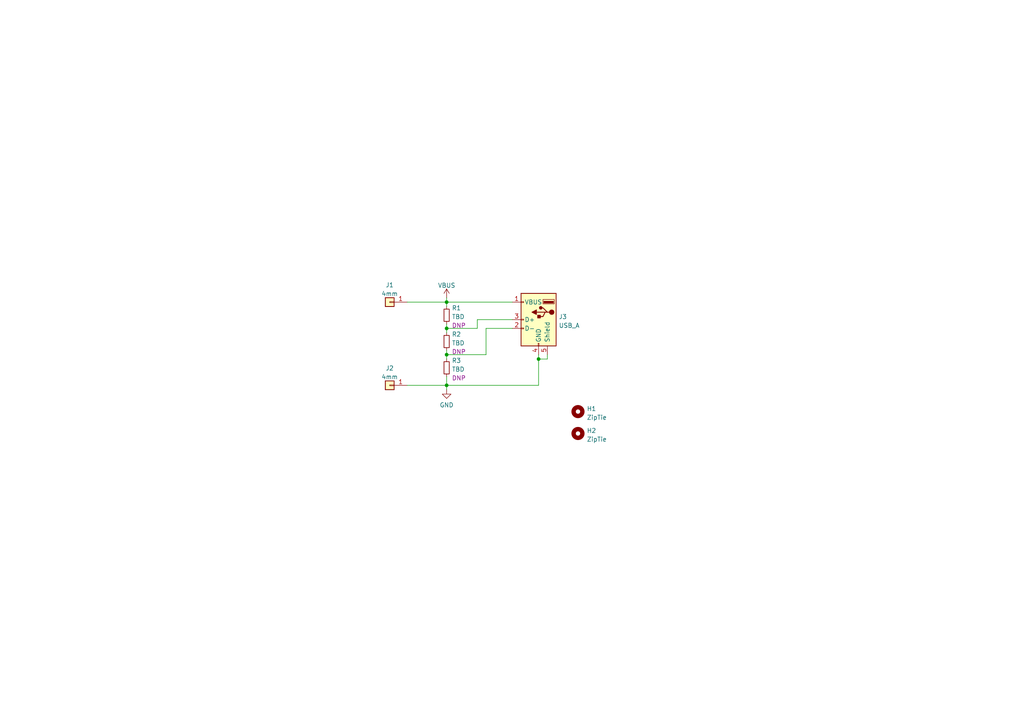
<source format=kicad_sch>
(kicad_sch (version 20211123) (generator eeschema)
  (paper "A4")
  (lib_symbols
    (symbol "Connector:USB_A" (pin_names (offset 1.016))
      (property "Reference" "J" (at -5.08 11.43 0))
      (property "Value" "USB_A" (at -5.08 8.89 0))
      (symbol "USB_A_0_1"
        (rectangle (start -5.08 -7.62) (end 5.08 7.62) (stroke (width 0.254)) (fill (type background)))
        (circle (center -3.81 2.159) (radius 0.635) (stroke (width 0.254)) (fill (type outline)))
        (rectangle (start -1.524 4.826) (end -4.318 5.334) (fill (type outline)))
        (rectangle (start -1.27 4.572) (end -4.572 5.842))
        (circle (center -0.635 3.429) (radius 0.381) (stroke (width 0.254)) (fill (type outline)))
        (rectangle (start -0.127 -7.62) (end 0.127 -6.858))
        (polyline (pts (xy -3.175 2.159) (xy -2.54 2.159) (xy -1.27 3.429) (xy -0.635 3.429)) (stroke (width 0.254)))
        (polyline (pts (xy -2.54 2.159) (xy -1.905 2.159) (xy -1.27 0.889) (xy 0 0.889)) (stroke (width 0.254)))
        (polyline (pts (xy 0.635 2.794) (xy 0.635 1.524) (xy 1.905 2.159) (xy 0.635 2.794)) (stroke (width 0.254)) (fill (type outline)))
        (rectangle (start 0.254 1.27) (end -0.508 0.508) (stroke (width 0.254)) (fill (type outline)))
        (rectangle (start 5.08 -2.667) (end 4.318 -2.413))
        (rectangle (start 5.08 -0.127) (end 4.318 0.127))
        (rectangle (start 5.08 4.953) (end 4.318 5.207))
      )
      (symbol "USB_A_1_1"
        (polyline (pts (xy -1.905 2.159) (xy 0.635 2.159)) (stroke (width 0.254)))
        (pin power_in line (at 7.62 5.08 180) (length 2.54) (name "VBUS") (number "1"))
        (pin bidirectional line (at 7.62 -2.54 180) (length 2.54) (name "D-") (number "2"))
        (pin bidirectional line (at 7.62 0 180) (length 2.54) (name "D+") (number "3"))
        (pin power_in line (at 0 -10.16 90) (length 2.54) (name "GND") (number "4"))
        (pin passive line (at -2.54 -10.16 90) (length 2.54) (name "Shield") (number "5"))
      )
    )
    (symbol "Connector_Generic:Conn_01x01" (pin_names (offset 1.016) hide)
      (property "Reference" "J" (at 0 2.54 0))
      (property "Value" "Conn_01x01" (at 0 -2.54 0))
      (symbol "Conn_01x01_1_1"
        (rectangle (start -1.27 0.127) (end 0 -0.127) (stroke (width 0.1524)))
        (rectangle (start -1.27 1.27) (end 1.27 -1.27) (stroke (width 0.254)) (fill (type background)))
        (pin passive line (at -5.08 0 0) (length 3.81) (name "Pin_1") (number "1"))
      )
    )
    (symbol "Device:R_Small" (pin_numbers hide) (pin_names (offset 0.254) hide)
      (property "Reference" "R" (at 0.762 0.508 0))
      (property "Value" "R_Small" (at 0.762 -1.016 0))
      (symbol "R_Small_0_1"
        (rectangle (start -0.762 1.778) (end 0.762 -1.778) (stroke (width 0.2032)))
      )
      (symbol "R_Small_1_1"
        (pin passive line (at 0 2.54 270) (length 0.762) (name "~") (number "1"))
        (pin passive line (at 0 -2.54 90) (length 0.762) (name "~") (number "2"))
      )
    )
    (symbol "Mechanical:MountingHole" (pin_names (offset 1.016))
      (property "Reference" "H" (at 0 5.08 0))
      (property "Value" "MountingHole" (at 0 3.175 0))
      (symbol "MountingHole_0_1"
        (circle (center 0 0) (radius 1.27) (stroke (width 1.27)))
      )
    )
    (symbol "power:GND" (power) (pin_names (offset 0))
      (property "Value" "GND" (at 0 -3.81 0))
      (symbol "GND_0_1"
        (polyline (pts (xy 0 0) (xy 0 -1.27) (xy 1.27 -1.27) (xy 0 -2.54) (xy -1.27 -1.27) (xy 0 -1.27)))
      )
      (symbol "GND_1_1"
        (pin power_in line (at 0 0 270) (length 0) hide (name "GND") (number "1"))
      )
    )
    (symbol "power:VBUS" (power) (pin_names (offset 0))
      (property "Value" "VBUS" (at 0 3.81 0))
      (symbol "VBUS_0_1"
        (polyline (pts (xy -0.762 1.27) (xy 0 2.54)))
        (polyline (pts (xy 0 0) (xy 0 2.54)))
        (polyline (pts (xy 0 2.54) (xy 0.762 1.27)))
      )
      (symbol "VBUS_1_1"
        (pin power_in line (at 0 0 90) (length 0) hide (name "VBUS") (number "1"))
      )
    )
  )
  (junction (at 129.54 102.87))
  (junction (at 129.54 111.76))
  (junction (at 129.54 87.63))
  (junction (at 129.54 95.25))
  (junction (at 156.21 104.14))
  (wire (pts (xy 138.43 92.71) (xy 138.43 95.25)))
  (wire (pts (xy 129.54 87.63) (xy 129.54 88.9)))
  (wire (pts (xy 148.59 92.71) (xy 138.43 92.71)))
  (wire (pts (xy 129.54 95.25) (xy 129.54 93.98)))
  (wire (pts (xy 138.43 95.25) (xy 129.54 95.25)))
  (wire (pts (xy 140.97 102.87) (xy 140.97 95.25)))
  (wire (pts (xy 129.54 101.6) (xy 129.54 102.87)))
  (wire (pts (xy 129.54 111.76) (xy 129.54 113.03)))
  (wire (pts (xy 129.54 86.36) (xy 129.54 87.63)))
  (wire (pts (xy 156.21 104.14) (xy 156.21 102.87)))
  (wire (pts (xy 129.54 109.22) (xy 129.54 111.76)))
  (wire (pts (xy 158.75 104.14) (xy 158.75 102.87)))
  (wire (pts (xy 129.54 111.76) (xy 156.21 111.76)))
  (wire (pts (xy 129.54 87.63) (xy 148.59 87.63)))
  (wire (pts (xy 118.11 87.63) (xy 129.54 87.63)))
  (wire (pts (xy 156.21 104.14) (xy 158.75 104.14)))
  (wire (pts (xy 129.54 95.25) (xy 129.54 96.52)))
  (wire (pts (xy 118.11 111.76) (xy 129.54 111.76)))
  (wire (pts (xy 129.54 102.87) (xy 140.97 102.87)))
  (wire (pts (xy 129.54 102.87) (xy 129.54 104.14)))
  (wire (pts (xy 156.21 111.76) (xy 156.21 104.14)))
  (wire (pts (xy 140.97 95.25) (xy 148.59 95.25)))
  (symbol (lib_id "Device:R_Small") (at 129.54 91.44 0) (unit 1)
    (property "Reference" "R1" (at 131.0386 89.3369 0) (effects (justify left)))
    (property "Value" "TBD" (at 131.0386 91.8738 0) (effects (justify left)))
    (property "Footprint" "Resistor_SMD:R_0603_1608Metric" (effects hide))
    (property "DNP" "DNP" (at 131.0386 94.4107 0) (effects (justify left)))
  )
  (symbol (lib_id "Device:R_Small") (at 129.54 106.68 0) (unit 1)
    (property "Reference" "R3" (at 131.0386 104.5769 0) (effects (justify left)))
    (property "Value" "TBD" (at 131.0386 107.1138 0) (effects (justify left)))
    (property "Footprint" "Resistor_SMD:R_0603_1608Metric" (effects hide))
    (property "DNP" "DNP" (at 131.0386 109.6507 0) (effects (justify left)))
  )
  (symbol (lib_id "Mechanical:MountingHole") (at 167.64 125.73 0) (unit 1)
    (property "Reference" "H2" (at 170.18 124.8953 0) (effects (justify left)))
    (property "Value" "ZipTie" (at 170.18 127.4322 0) (effects (justify left)))
    (property "Footprint" "local:Ziptie_3.6mm" (effects hide))
  )
  (symbol (lib_id "power:GND") (at 129.54 113.03 0) (unit 1)
    (property "Reference" "#PWR0101" (effects hide))
    (property "Value" "GND" (at 129.54 117.4734 0))
  )
  (symbol (lib_id "power:VBUS") (at 129.54 86.36 0) (unit 1)
    (property "Reference" "#PWR0102" (effects hide))
    (property "Value" "VBUS" (at 129.54 82.7842 0))
  )
  (symbol (lib_id "Connector_Generic:Conn_01x01") (at 113.03 87.63 0) (mirror y) (unit 1)
    (property "Reference" "J1" (at 113.03 82.6602 0))
    (property "Value" "4mm" (at 113.03 85.1971 0))
    (property "Footprint" "local:Pomona_72918" (effects hide))
    (property "Datasheet" "https://www.pomonaelectronics.com/file/18195/download?token=-62AowKv" (effects hide))
    (property "Digikey" "501-1200-ND" (effects hide))
    (property "MPN" "72918" (effects hide))
    (property "Manufacturer" "Pomona Electronics" (effects hide))
  )
  (symbol (lib_id "Connector:USB_A") (at 156.21 92.71 0) (mirror y) (unit 1)
    (property "Reference" "J3" (at 162.052 91.8753 0) (effects (justify right)))
    (property "Value" "USB_A" (at 162.052 94.4122 0) (effects (justify right)))
    (property "Footprint" "local:Cvilux_CU01SAV0S00" (effects hide))
    (property "Datasheet" "https://www.cvilux.com/uploads/drawings/100/858/CU0112S.pdf" (effects hide))
    (property "Digikey" "2987-CU01SAV0S00-ND" (effects hide))
    (property "MPN" "CU01SAV0S00" (effects hide))
    (property "Manufacturer" "Cvilux USA" (effects hide))
  )
  (symbol (lib_id "Device:R_Small") (at 129.54 99.06 0) (unit 1)
    (property "Reference" "R2" (at 131.0386 96.9569 0) (effects (justify left)))
    (property "Value" "TBD" (at 131.0386 99.4938 0) (effects (justify left)))
    (property "Footprint" "Resistor_SMD:R_0603_1608Metric" (effects hide))
    (property "DNP" "DNP" (at 131.0386 102.0307 0) (effects (justify left)))
  )
  (symbol (lib_id "Mechanical:MountingHole") (at 167.64 119.38 0) (unit 1)
    (property "Reference" "H1" (at 170.18 118.5453 0) (effects (justify left)))
    (property "Value" "ZipTie" (at 170.18 121.0822 0) (effects (justify left)))
    (property "Footprint" "local:Ziptie_3.6mm" (effects hide))
  )
  (symbol (lib_id "Connector_Generic:Conn_01x01") (at 113.03 111.76 0) (mirror y) (unit 1)
    (property "Reference" "J2" (at 113.03 106.7902 0))
    (property "Value" "4mm" (at 113.03 109.3271 0))
    (property "Footprint" "local:Pomona_72918" (effects hide))
    (property "Datasheet" "https://www.pomonaelectronics.com/file/18195/download?token=-62AowKv" (effects hide))
    (property "Digikey" "501-1200-ND" (effects hide))
    (property "MPN" "72918" (effects hide))
    (property "Manufacturer" "Pomona Electronics" (effects hide))
  )
)
</source>
